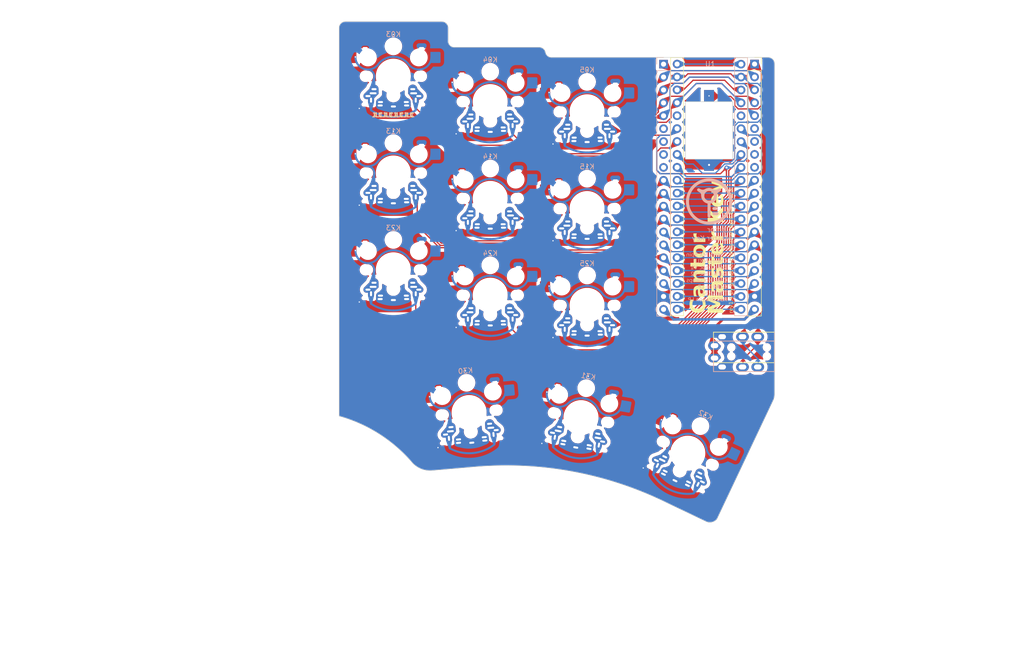
<source format=kicad_pcb>
(kicad_pcb (version 20221018) (generator pcbnew)
  (title_block (rev "rev1.0"))
  (layers (0 "F.Cu" signal) (31 "B.Cu" signal) (34 "B.Paste" user) (35 "F.Paste" user) (36 "B.SilkS" user "B.Silkscreen") (37 "F.SilkS" user "F.Silkscreen") (38 "B.Mask" user) (39 "F.Mask" user) (44 "Edge.Cuts" user))
  (net 0 "")
  (net 1 "+3V3")
  (net 2 "GND")
  (net 3 "/TX")
  (net 4 "/RX")
  (net 5 "/k00")
  (net 6 "/k01")
  (net 7 "/k02")
  (net 8 "/k03")
  (net 9 "/k04")
  (net 10 "/k05")
  (net 11 "/k10")
  (net 12 "/k11")
  (net 13 "/k12")
  (net 14 "/k13")
  (net 15 "/k14")
  (net 16 "/k15")
  (net 17 "/k20")
  (net 18 "/k21")
  (net 19 "/k22")
  (net 20 "/k23")
  (net 21 "/k24")
  (net 22 "/k25")
  (net 23 "/k30")
  (net 24 "/k31")
  (net 25 "/k32")
  (net 26 "AUDIO")
  (net 31 "unconnected-(U1-5V-Pad18)")
  (net 32 "unconnected-(U1-VBat-Pad21)")
  (net 33 "unconnected-(U1-PC13-Pad22)")
  (net 34 "unconnected-(U1-PC14-Pad23)")
  (net 35 "unconnected-(U1-PC15-Pad24)")
  (net 36 "unconnected-(U1-RES-Pad25)")
  (net 38 "unconnected-(U1-5V-Pad40)")
  (footprint "Cantor_MasterKey:ALL LOWs CANTOR v4.1" (layer "F.Cu") (at 164 98.1)
    (fp_text reference "K25" hide)
    (fp_text value "KEYSW" hide)
  )
  (footprint "Cantor_MasterKey:ALL LOWs CANTOR v4.1" (layer "F.Cu") (at 144.95 96.1)
    (fp_text reference "K24" hide)
    (fp_text value "KEYSW" hide)
  )
  (footprint "Cantor_MasterKey:ALL LOWs CANTOR v4.1" (layer "F.Cu") (at 144.95 58)
    (fp_text reference "K04" hide)
    (fp_text value "KEYSW" hide)
  )
  (footprint "Cantor_MasterKey:ALL LOWs CANTOR v4.1" (layer "F.Cu") (at 140.8 119.2 5)
    (fp_text reference "K30" hide)
    (fp_text value "KEYSW" hide)
  )
  (footprint "Cantor_MasterKey:ALL LOWs CANTOR v4.1" (layer "F.Cu") (at 144.95 77.05)
    (fp_text reference "K14" hide)
    (fp_text value "KEYSW" hide)
  )
  (footprint "Cantor_MasterKey:ALL LOWs CANTOR v4.1" (layer "F.Cu") (at 125.9 91.1)
    (fp_text reference "K23" hide)
    (fp_text value "KEYSW" hide)
  )
  (footprint "Cantor_MasterKey:ALL LOWs CANTOR v4.1" (layer "F.Cu") (at 125.9 53)
    (fp_text reference "K03" hide)
    (fp_text value "KEYSW" hide)
  )
  (footprint "Cantor_MasterKey:MJ-4PP-9_CANTOR_KITCHEN_SINK" (layer "F.Cu") (at 200.86 108.12 -90)
    (fp_text reference "J1")
    (fp_text value "TRRS" hide)
  )
  (footprint "Cantor_MasterKey:AST1109MLTRQ" (layer "F.Cu") (at 187.985 63.6555 -90)
    (fp_text reference "LS1" hide)
    (fp_text value "AST1109MLTRQ_MAL" hide)
    (fp_rect (start -5.65 -4.65) (end 5.65 4.65) (stroke (width 0.12)) (fill none) (layer "Edge.Cuts"))
  )
  (footprint "Cantor_MasterKey:ALL LOWs CANTOR v4.1" (layer "F.Cu") (at 164 79.05)
    (fp_text reference "K15" hide)
    (fp_text value "KEYSW" hide)
  )
  (footprint "Cantor_MasterKey:ALL LOWs CANTOR v4.1" (layer "F.Cu") (at 183.8 127.2 -25)
    (fp_text reference "K32" hide)
    (fp_text value "KEYSW" hide)
  )
  (footprint "Cantor_MasterKey:Cantor_DS_YAAJ_WeAct_BlackPill_2" (layer "F.Cu") (at 179.155 50.6)
    (fp_text reference "U1")
    (fp_text value "YAAJ_WeAct_BlackPill_Part_Like" hide)
  )
  (footprint "Cantor_MasterKey:ALL LOWs CANTOR v4.1" (layer "F.Cu") (at 164 60)
    (fp_text reference "K05" hide)
    (fp_text value "KEYSW" hide)
  )
  (footprint "Cantor_MasterKey:ALL LOWs CANTOR v4.1" (layer "F.Cu") (at 125.9 72.05)
    (fp_text reference "K13" hide)
    (fp_text value "KEYSW" hide)
  )
  (footprint "Cantor_MasterKey:CANTOR MASTER KEY LOGO_UNDERSKIN" (layer "F.Cu") (at 120.98 112.92)
    (fp_text reference "REF**" hide)
    (fp_text value "CANTOR MASTER KEY LOGO_UNDERSKIN" hide)
  )
  (footprint "Cantor_MasterKey:ALL LOWs CANTOR v4.1" (layer "F.Cu") (at 162.8 120.2 -10)
    (fp_text reference "K31" hide)
    (fp_text value "KEYSW" hide)
  )
  (footprint "Cantor_MasterKey:CANTOR MASTER KEY LOGO SILKS" (layer "B.Cu") (at 187.99 77.91 180)
    (fp_text reference "REF**" hide)
    (fp_text value "CANTOR MASTER KEY LOGO SILKS" hide)
  )
  (gr_line (start 189.53 140.16) (end 200.535831 116.91594) (stroke (width 0.1)) (layer "Edge.Cuts"))
  (gr_arc (start 133.51 130.59) (mid 131.436923 130.294624) (end 129.69 129.14) (stroke (width 0.1)) (layer "Edge.Cuts"))
  (gr_arc (start 157.01 49.290001) (mid 156.221933 49.004319) (end 155.800001 48.28) (stroke (width 0.1)) (layer "Edge.Cuts"))
  (gr_line (start 199.57 49.29) (end 157.01 49.29) (stroke (width 0.1)) (layer "Edge.Cuts"))
  (gr_line (start 115.226552 43.48) (end 115.226552 119.88) (stroke (width 0.1)) (layer "Edge.Cuts"))
  (gr_line (start 116.463104 42.243448) (end 135.43 42.243448) (stroke (width 0.1)) (layer "Edge.Cuts"))
  (gr_line (start 137.903104 47.3) (end 154.59 47.3) (stroke (width 0.1)) (layer "Edge.Cuts"))
  (gr_arc (start 199.57 49.29) (mid 200.482631 49.638814) (end 200.86 50.54) (stroke (width 0.1)) (layer "Edge.Cuts"))
  (gr_arc (start 200.86 115.62) (mid 200.771585 116.286416) (end 200.535831 116.91594) (stroke (width 0.1)) (layer "Edge.Cuts"))
  (gr_line (start 136.666552 43.48) (end 136.666552 46.07) (stroke (width 0.1)) (layer "Edge.Cuts"))
  (gr_line (start 141.84 129.87) (end 133.51 130.59) (stroke (width 0.1)) (layer "Edge.Cuts"))
  (gr_line (start 179.81 137.01) (end 187.513868 140.691488) (stroke (width 0.1)) (layer "Edge.Cuts"))
  (gr_arc (start 154.59 47.3) (mid 155.368546 47.575724) (end 155.8 48.28) (stroke (width 0.1)) (layer "Edge.Cuts"))
  (gr_arc (start 137.903104 47.3) (mid 137.029127 46.942063) (end 136.666552 46.07) (stroke (width 0.1)) (layer "Edge.Cuts"))
  (gr_arc (start 115.226552 43.48) (mid 115.58873 42.605626) (end 116.463104 42.243448) (stroke (width 0.1)) (layer "Edge.Cuts"))
  (gr_arc (start 115.226552 119.88) (mid 123.150761 123.428389) (end 129.69 129.14) (stroke (width 0.1)) (layer "Edge.Cuts"))
  (gr_arc (start 135.43 42.243448) (mid 136.304374 42.605626) (end 136.666552 43.48) (stroke (width 0.1)) (layer "Edge.Cuts"))
  (gr_line (start 200.86 115.62) (end 200.86 50.54) (stroke (width 0.1)) (layer "Edge.Cuts"))
  (gr_arc (start 189.53 140.16) (mid 188.605921 140.739577) (end 187.513868 140.691488) (stroke (width 0.1)) (layer "Edge.Cuts"))
  (gr_arc (start 141.84 129.87) (mid 161.316748 130.824921) (end 179.81 137.01) (stroke (width 0.1)) (layer "Edge.Cuts"))
  (gr_text "Cantor\nMaster Key" (at 192.35 82.69) (layer "B.SilkS") (effects (font (size 1 1) (thickness 0.1875)) (justify left top mirror)))
  (gr_text "Rev 1.3:\n* Cherry MX 5pin\n* Cherry MXLP\n* Kailh Choc V1\n* Kailh Choc V2\n* Choc Hotswops\n* Gateron LP\n* TTC KS32\n* Red Dragon LP" (at 192.43 86.46) (layer "B.SilkS") (effects (font (size 0.75 0.75) (thickness 0.1875)) (justify left top mirror)))
  (gr_text "JLCJLCJLCJLC" (at 130.184286 61.09) (layer "B.SilkS") (effects (font (size 0.8 0.8) (thickness 0.2) bold) (justify left bottom mirror)))
  (gr_text "rev1.4 by github.com/JellyTitan April 6th, 2023" (at 191.9 99.64 90) (layer "F.SilkS") (effects (font (size 0.75 0.75) (thickness 0.1875)) (justify left top)))
  (gr_text "Master Key" (at 189.52 99.93 90) (layer "F.SilkS") (effects (font (size 3 3) (thickness 0.6) bold) (justify left)))
  (gr_text "JLCJLCJLCJLC" (at 121.615714 61.1) (layer "F.SilkS") (effects (font (size 0.8 0.8) (thickness 0.2) bold) (justify left bottom)))
  (gr_text "Cantor \n" (at 186.01 99.77 90) (layer "F.SilkS") (effects (font (size 3 3) (thickness 0.6) bold) (justify left)))
  (segment (start 194.945 100.85) (end 190.68 100.85) (width 0.5) (layer "F.Cu") (net 1))
  (segment (start 184.84 53.79) (end 191.06 53.79) (width 0.25) (layer "F.Cu") (net 1))
  (segment (start 182.95 55.68) (end 184.84 53.79) (width 0.25) (layer "F.Cu") (net 1))
  (segment (start 188.549432 102.980568) (end 188.549432 104.809432) (width 0.5) (layer "F.Cu") (net 1))
  (segment (start 189.06 105.32) (end 189.06 108.47) (width 0.5) (layer "F.Cu") (net 1))
  (segment (start 190.68 100.85) (end 188.549432 102.980568) (width 0.5) (layer "F.Cu") (net 1))
  (segment (start 181.695 55.68) (end 182.95 55.68) (width 0.25) (layer "F.Cu") (net 1))
  (segment (start 191.06 53.79) (end 192.97 55.7) (width 0.25) (layer "F.Cu") (net 1))
  (segment (start 188.549432 104.809432) (end 189.06 105.32) (width 0.5) (layer "F.Cu") (net 1))
  (segment (start 192.97 55.7) (end 194.275 55.7) (width 0.25) (layer "F.Cu") (net 1))
  (segment (start 196.935 98.86) (end 194.945 100.85) (width 0.5) (layer "F.Cu") (net 1))
  (segment (start 179.035 98.88) (end 181.005 100.85) (width 0.5) (layer "B.Cu") (net 1))
  (segment (start 194.945 100.85) (end 196.935 98.86) (width 0.5) (layer "B.Cu") (net 1))
  (segment (start 181.005 100.85) (end 194.945 100.85) (width 0.5) (layer "B.Cu") (net 1))
  (segment (start 183.81 52.52) (end 192.26 52.52) (width 0.25) (layer "F.Cu") (net 2))
  (segment (start 192.9 53.16) (end 194.275 53.16) (width 0.25) (layer "F.Cu") (net 2))
  (segment (start 183.19 53.14) (end 183.81 52.52) (width 0.25) (layer "F.Cu") (net 2))
  (segment (start 192.26 52.52) (end 192.9 53.16) (width 0.25) (layer "F.Cu") (net 2))
  (segment (start 181.695 53.14) (end 183.19 53.14) (width 0.25) (layer "F.Cu") (net 2))
  (via (at 187.985 70.45) (size 0.8) (drill 0.4) (layers "F.Cu" "B.Cu") (net 2))
  (segment (start 192.664511 97.514511) (end 195.740489 97.514511) (width 0.25) (layer "B.Cu") (net 2))
  (segment (start 198.28 55.13) (end 198.28 61.32) (width 0.25) (layer "B.Cu") (net 2))
  (segment (start 195.740489 97.514511) (end 196.935 96.32) (width 0.25) (layer "B.Cu") (net 2))
  (segment (start 194.275 53.16) (end 194.72 53.16) (width 0.25) (layer "B.Cu") (net 2))
  (segment (start 180.209511 97.514511) (end 192.664511 97.514511) (width 0.25) (layer "B.Cu") (net 2))
  (segment (start 195.97 54.41) (end 197.56 54.41) (width 0.25) (layer "B.Cu") (net 2))
  (segment (start 193.01 69.18) (end 192.42 69.77) (width 0.25) (layer "B.Cu") (net 2))
  (segment (start 193.01 62.78) (end 193.01 69.18) (width 0.25) (layer "B.Cu") (net 2))
  (segment (start 198.28 61.32) (end 197.55 62.05) (width 0.25) (layer "B.Cu") (net 2))
  (segment (start 197.56 54.41) (end 198.28 55.13) (width 0.25) (layer "B.Cu") (net 2))
  (segment (start 197.55 62.05) (end 193.74 62.05) (width 0.25) (layer "B.Cu") (net 2))
  (segment (start 193.74 62.05) (end 193.01 62.78) (width 0.25) (layer "B.Cu") (net 2))
  (segment (start 179.035 96.34) (end 180.209511 97.514511) (width 0.25) (layer "B.Cu") (net 2))
  (segment (start 192.42 69.77) (end 188.665 69.77) (width 0.25) (layer "B.Cu") (net 2))
  (segment (start 192.65 97.529022) (end 192.664511 97.514511) (width 0.25) (layer "B.Cu") (net 2))
  (segment (start 181.715 53.16) (end 181.695 53.14) (width 0.25) (layer "B.Cu") (net 2))
  (segment (start 194.72 53.16) (end 195.97 54.41) (width 0.25) (layer "B.Cu") (net 2))
  (segment (start 188.665 69.77) (end 187.985 70.45) (width 0.25) (layer "B.Cu") (net 2))
  (segment (start 197.66 103.72) (end 197.66 105.7) (width 0.25) (layer "F.Cu") (net 3))
  (segment (start 194.66 108.7) (end 194.66 110.42) (width 0.25) (layer "F.Cu") (net 3))
  (segment (start 197.66 105.7) (end 194.66 108.7) (width 0.25) (layer "F.Cu") (net 3))
  (segment (start 198.98 85.665) (end 198.98 99.45) (width 0.25) (layer "F.Cu") (net 3))
  (segment (start 198.98 99.45) (end 197.66 100.77) (width 0.25) (layer "F.Cu") (net 3))
  (segment (start 197.66 100.77) (end 197.66 103.72) (width 0.25) (layer "F.Cu") (net 3))
  (segment (start 196.935 83.62) (end 198.98 85.665) (width 0.25) (layer "F.Cu") (net 3))
  (segment (start 193.786995 84.813005) (end 193.788501 84.814511) (width 0.25) (layer "B.Cu") (net 3))
  (segment (start 179.035 83.64) (end 180.208005 84.813005) (width 0.25) (layer "B.Cu") (net 3))
  (segment (start 195.740489 84.814511) (end 196.935 83.62) (width 0.25) (layer "B.Cu") (net 3))
  (segment (start 193.788501 84.814511) (end 195.740489 84.814511) (width 0.25) (layer "B.Cu") (net 3))
  (segment (start 180.208005 84.813005) (end 193.786995 84.813005) (width 0.25) (layer "B.Cu") (net 3))
  (segment (start 198.530489 99.249511) (end 194.66 103.12) (width 0.25) (layer "F.Cu") (net 4))
  (segment (start 194.66 103.12) (end 194.66 104.17) (width 0.25) (layer "F.Cu") (net 4))
  (segment (start 196.935 86.16) (end 198.530489 87.755489) (width 0.25) (layer "F.Cu") (net 4))
  (segment (start 198.530489 87.755489) (end 198.530489 99.249511) (width 0.25) (layer "F.Cu") (net 4))
  (segment (start 194.66 104.17) (end 194.56 104.27) (width 0.25) (layer "F.Cu") (net 4))
  (segment (start 180.380489 87.525489) (end 195.569511 87.525489) (width 0.25) (layer "B.Cu") (net 4))
  (segment (start 179.035 86.18) (end 180.380489 87.525489) (width 0.25) (layer "B.Cu") (net 4))
  (segment (start 197.66 108.7) (end 197.66 110.42) (width 0.25) (layer "B.Cu") (net 4))
  (segment (start 195.569511 87.525489) (end 196.935 86.16) (width 0.25) (layer "B.Cu") (net 4))
  (segment (start 194.66 103.72) (end 194.66 105.7) (width 0.25) (layer "B.Cu") (net 4))
  (segment (start 194.66 105.7) (end 197.66 108.7) (width 0.25) (layer "B.Cu") (net 4))
  (segment (start 137.08 67.93) (end 131.83 62.68) (width 0.25) (layer "F.Cu") (net 5))
  (segment (start 175.39 64.61) (end 169.951996 70.048004) (width 0.25) (layer "F.Cu") (net 5))
  (segment (start 131.83 62.68) (end 117.06569 62.68) (width 0.25) (layer "F.Cu") (net 5))
  (segment (start 153.6 67.93) (end 137.08 67.93) (width 0.25) (layer "F.Cu") (net 5))
  (segment (start 180.385 64.61) (end 175.39 64.61) (width 0.25) (layer "F.Cu") (net 5))
  (segment (start 169.951996 70.048004) (end 155.718004 70.048004) (width 0.25) (layer "F.Cu") (net 5))
  (segment (start 181.695 63.3) (end 180.385 64.61) (width 0.25) (layer "F.Cu") (net 5))
  (segment (start 155.718004 70.048004) (end 153.6 67.93) (width 0.25) (layer "F.Cu") (net 5))
  (segment (start 177.7 71.4567) (end 178.34165 72.09835) (width 0.25) (layer "B.Cu") (net 5))
  (segment (start 197.63 64.57) (end 198.3 65.24) (width 0.25) (layer "B.Cu") (net 5))
  (segment (start 194.275 63.32) (end 195.525 64.57) (width 0.25) (layer "B.Cu") (net 5))
  (segment (start 198.3 65.24) (end 198.3 71.52) (width 0.25) (layer "B.Cu") (net 5))
  (segment (start 180.375 64.62) (end 178.41 64.62) (width 0.25) (layer "B.Cu") (net 5))
  (segment (start 181.695 63.3) (end 180.375 64.62) (width 0.25) (layer "B.Cu") (net 5))
  (segment (start 192.56 73.42) (end 183.38 73.42) (width 0.25) (layer "B.Cu") (net 5))
  (segment (start 193.76 72.22) (end 192.56 73.42) (width 0.25) (layer "B.Cu") (net 5))
  (segment (start 197.6 72.22) (end 193.76 72.22) (width 0.25) (layer "B.Cu") (net 5))
  (segment (start 178.41 64.62) (end 177.7 65.33) (width 0.25) (layer "B.Cu") (net 5))
  (segment (start 178.4233 72.18) (end 178.34165 72.09835) (width 0.25) (layer "B.Cu") (net 5))
  (segment (start 177.7 65.33) (end 177.7 71.4567) (width 0.25) (layer "B.Cu") (net 5))
  (segment (start 183.38 73.42) (end 182.14 72.18) (width 0.25) (layer "B.Cu") (net 5))
  (segment (start 178.34165 72.09835) (end 178.443299 72.2) (width 0.25) (layer "B.Cu") (net 5))
  (segment (start 198.3 71.52) (end 197.6 72.22) (width 0.25) (layer "B.Cu") (net 5))
  (segment (start 195.525 64.57) (end 197.63 64.57) (width 0.25) (layer "B.Cu") (net 5))
  (segment (start 182.14 72.18) (end 178.4233 72.18) (width 0.25) (layer "B.Cu") (net 5))
  (segment (start 169.741497 69.598503) (end 177.28 62.06) (width 0.25) (layer "F.Cu") (net 6))
  (segment (start 180.5 61.166988) (end 180.5 59.415) (width 0.25) (layer "F.Cu") (net 6))
  (segment (start 153.786189 67.480499) (end 155.904193 69.598503) (width 0.25) (layer "F.Cu") (net 6))
  (segment (start 179.606988 62.06) (end 180.5 61.166988) (width 0.25) (layer "F.Cu") (net 6))
  (segment (start 116.879501 62.230499) (end 132.016189 62.230499) (width 0.25) (layer "F.Cu") (net 6))
  (segment (start 180.5 59.415) (end 181.695 58.22) (width 0.25) (layer "F.Cu") (net 6))
  (segment (start 177.28 62.06) (end 179.606988 62.06) (width 0.25) (layer "F.Cu") (net 6))
  (segment (start 132.016189 62.230499) (end 137.266189 67.480499) (width 0.25) (layer "F.Cu") (net 6))
  (segment (start 155.904193 69.598503) (end 169.741497 69.598503) (width 0.25) (layer "F.Cu") (net 6))
  (segment (start 137.266189 67.480499) (end 153.786189 67.480499) (width 0.25) (layer "F.Cu") (net 6))
  (segment (start 185.495 54.42) (end 190.455 54.42) (width 0.25) (layer "B.Cu") (net 6))
  (segment (start 190.455 54.42) (end 194.275 58.24) (width 0.25) (layer "B.Cu") (net 6))
  (segment (start 181.695 58.22) (end 185.495 54.42) (width 0.25) (layer "B.Cu") (net 6))
  (segment (start 137.452378 67.030998) (end 132.202378 61.780998) (width 0.25) (layer "F.Cu") (net 7))
  (segment (start 156.090382 69.149002) (end 153.972378 67.030998) (width 0.25) (layer "F.Cu") (net 7))
  (segment (start 153.972378 67.030998) (end 137.452378 67.030998) (width 0.25) (layer "F.Cu") (net 7))
  (segment (start 179.035 60.78) (end 177.9 60.78) (width 0.25) (layer "F.Cu") (net 7))
  (segment (start 177.9 60.78) (end 169.530998 69.149002) (width 0.25) (layer "F.Cu") (net 7))
  (segment (start 169.530998 69.149002) (end 156.090382 69.149002) (width 0.25) (layer "F.Cu") (net 7))
  (segment (start 191.78 53.16) (end 184.15 53.16) (width 0.25) (layer "B.Cu") (net 7))
  (segment (start 194.89 54.44) (end 193.06 54.44) (width 0.25) (layer "B.Cu") (net 7))
  (segment (start 182.91 54.4) (end 181.15 54.4) (width 0.25) (layer "B.Cu") (net 7))
  (segment (start 196.935 60.76) (end 195.59549 59.42049) (width 0.25) (layer "B.Cu") (net 7))
  (segment (start 184.15 53.16) (end 182.91 54.4) (width 0.25) (layer "B.Cu") (net 7))
  (segment (start 195.59549 59.42049) (end 195.59549 55.14549) (width 0.25) (layer "B.Cu") (net 7))
  (segment (start 193.06 54.44) (end 191.78 53.16) (width 0.25) (layer "B.Cu") (net 7))
  (segment (start 180.3025 55.2475) (end 180.3025 59.5125) (width 0.25) (layer "B.Cu") (net 7))
  (segment (start 195.59549 55.14549) (end 194.89 54.44) (width 0.25) (layer "B.Cu") (net 7))
  (segment (start 180.3025 59.5125) (end 179.035 60.78) (width 0.25) (layer "B.Cu") (net 7))
  (segment (start 181.15 54.4) (end 180.3025 55.2475) (width 0.25) (layer "B.Cu") (net 7))
  (segment (start 180.335 56.94) (end 182.95 56.94) (width 0.25) (layer "F.Cu") (net 8))
  (segment (start 179.035 58.24) (end 180.335 56.94) (width 0.25) (layer "F.Cu") (net 8))
  (segment (start 182.95 56.94) (end 185.47 54.42) (width 0.25) (layer "F.Cu") (net 8))
  (segment (start 130.3 59.24293) (end 137.638567 66.581497) (width 0.25) (layer "F.Cu") (net 8))
  (segment (start 137.638567 66.581497) (end 154.158567 66.581497) (width 0.25) (layer "F.Cu") (net 8))
  (segment (start 169.344809 68.699501) (end 178.019002 60.025308) (width 0.25) (layer "F.Cu") (net 8))
  (segment (start 178.019002 60.025308) (end 178.019002 59.255998) (width 0.25) (layer "F.Cu") (net 8))
  (segment (start 185.47 54.42) (end 190.48 54.42) (width 0.25) (layer "F.Cu") (net 8))
  (segment (start 130.3 57.4) (end 130.3 59.24293) (width 0.25) (layer "F.Cu") (net 8))
  (segment (start 193 56.94) (end 195.655 56.94) (width 0.25) (layer "F.Cu") (net 8))
  (segment (start 190.48 54.42) (end 193 56.94) (width 0.25) (layer "F.Cu") (net 8))
  (segment (start 195.655 56.94) (end 196.935 58.22) (width 0.25) (layer "F.Cu") (net 8))
  (segment (start 178.019002 59.255998) (end 179.035 58.24) (width 0.25) (layer "F.Cu") (net 8))
  (segment (start 156.276571 68.699501) (end 169.344809 68.699501) (width 0.25) (layer "F.Cu") (net 8))
  (segment (start 154.158567 66.581497) (end 156.276571 68.699501) (width 0.25) (layer "F.Cu") (net 8))
  (segment (start 193.06 54.43) (end 195.685 54.43) (width 0.25) (layer "F.Cu") (net 9))
  (segment (start 154.344756 66.131996) (end 156.46276 68.25) (width 0.25) (layer "F.Cu") (net 9))
  (segment (start 179.035 55.7) (end 180.345 54.39) (width 0.25) (layer "F.Cu") (net 9))
  (segment (start 184.16 53.16) (end 191.79 53.16) (width 0.25) (layer "F.Cu") (net 9))
  (segment (start 195.685 54.43) (end 196.935 55.68) (width 0.25) (layer "F.Cu") (net 9))
  (segment (start 156.46276 68.25) (end 169.15569 68.25) (width 0.25) (layer "F.Cu") (net 9))
  (segment (start 177.569501 57.165499) (end 179.035 55.7) (width 0.25) (layer "F.Cu") (net 9))
  (segment (start 180.345 54.39) (end 182.93 54.39) (width 0.25) (layer "F.Cu") (net 9))
  (segment (start 169.15569 68.25) (end 177.569501 59.836189) (width 0.25) (layer "F.Cu") (net 9))
  (segment (start 191.79 53.16) (end 193.06 54.43) (width 0.25) (layer "F.Cu") (net 9))
  (segment (start 182.93 54.39) (end 184.16 53.16) (width 0.25) (layer "F.Cu") (net 9))
  (segment (start 149.35 62.7) (end 149.35 64.33) (width 0.25) (layer "F.Cu") (net 9))
  (segment (start 151.151996 66.131996) (end 154.344756 66.131996) (width 0.25) (layer "F.Cu") (net 9))
  (segment (start 149.35 64.33) (end 151.151996 66.131996) (width 0.25) (layer "F.Cu") (net 9))
  (segment (start 177.569501 59.836189) (end 177.569501 57.165499) (width 0.25) (layer "F.Cu") (net 9))
  (segment (start 172.97 63.8) (end 177.12 59.65) (width 0.25) (layer "F.Cu") (net 10))
  (segment (start 169 63.8) (end 172.97 63.8) (width 0.25) (layer "F.Cu") (net 10))
  (segment (start 177.12 55.075) (end 179.035 53.16) (width 0.25) (layer "F.Cu") (net 10))
  (segment (start 177.12 59.65) (end 177.12 55.075) (width 0.25) (layer "F.Cu") (net 10))
  (segment (start 180.305 51.89) (end 195.685 51.89) (width 0.25) (layer "B.Cu") (net 10))
  (segment (start 179.035 53.16) (end 180.305 51.89) (width 0.25) (layer "B.Cu") (net 10))
  (segment (start 195.685 51.89) (end 196.935 53.14) (width 0.25) (layer "B.Cu") (net 10))
  (segment (start 176.773004 88.998004) (end 155.775244 88.998004) (width 0.25) (layer "F.Cu") (net 11))
  (segment (start 179.035 91.26) (end 176.773004 88.998004) (width 0.25) (layer "F.Cu") (net 11))
  (segment (start 155.775244 88.998004) (end 153.515743 86.738503) (width 0.25) (layer "F.Cu") (net 11))
  (segment (start 129.961932 81.749002) (end 116.060998 81.749002) (width 0.25) (layer "F.Cu") (net 11))
  (segment (start 134.951433 86.738503) (end 129.961932 81.749002) (width 0.25) (layer "F.Cu") (net 11))
  (segment (start 153.515743 86.738503) (end 134.951433 86.738503) (width 0.25) (layer "F.Cu") (net 11))
  (segment (start 179.035 91.26) (end 180.209511 92.434511) (width 0.25) (layer "B.Cu") (net 11))
  (segment (start 180.209511 92.434511) (end 195.740489 92.434511) (width 0.25) (layer "B.Cu") (net 11))
  (segment (start 195.740489 92.434511) (end 196.935 91.24) (width 0.25) (layer "B.Cu") (net 11))
  (segment (start 153.701932 86.289002) (end 155.961433 88.548503) (width 0.25) (layer "F.Cu") (net 12))
  (segment (start 155.961433 88.548503) (end 178.863503 88.548503) (width 0.25) (layer "F.Cu") (net 12))
  (segment (start 130.148121 81.299501) (end 135.137622 86.289002) (width 0.25) (layer "F.Cu") (net 12))
  (segment (start 178.863503 88.548503) (end 179.035 88.72) (width 0.25) (layer "F.Cu") (net 12))
  (segment (start 135.137622 86.289002) (end 153.701932 86.289002) (width 0.25) (layer "F.Cu") (net 12))
  (segment (start 115.874809 81.299501) (end 130.148121 81.299501) (width 0.25) (layer "F.Cu") (net 12))
  (segment (start 178.915998 88.839002) (end 179.035 88.72) (width 0.25) (layer "F.Cu") (net 12))
  (segment (start 195.740489 89.894511) (end 196.935 88.7) (width 0.25) (layer "B.Cu") (net 12))
  (segment (start 180.209511 89.894511) (end 195.740489 89.894511) (width 0.25) (layer "B.Cu") (net 12))
  (segment (start 179.035 88.72) (end 180.209511 89.894511) (width 0.25) (layer "B.Cu") (net 12))
  (segment (start 153.888121 85.839501) (end 156.147622 88.099002) (width 0.25) (layer "F.Cu") (net 13))
  (segment (start 172.035998 88.099002) (end 179.035 81.1) (width 0.25) (layer "F.Cu") (net 13))
  (segment (start 130.33431 80.85) (end 135.323811 85.839501) (width 0.25) (layer "F.Cu") (net 13))
  (segment (start 156.147622 88.099002) (end 172.035998 88.099002) (width 0.25) (layer "F.Cu") (net 13))
  (segment (start 135.323811 85.839501) (end 153.888121 85.839501) (width 0.25) (layer "F.Cu") (net 13))
  (segment (start 195.740489 82.274511) (end 196.935 81.08) (width 0.25) (layer "B.Cu") (net 13))
  (segment (start 179.035 81.1) (end 180.209511 82.274511) (width 0.25) (layer "B.Cu") (net 13))
  (segment (start 180.209511 82.274511) (end 195.740489 82.274511) (width 0.25) (layer "B.Cu") (net 13))
  (segment (start 154.07431 85.39) (end 135.51 85.39) (width 0.25) (layer "F.Cu") (net 14))
  (segment (start 135.51 85.39) (end 130.59 80.47) (width 0.25) (layer "F.Cu") (net 14))
  (segment (start 131 75.95) (end 131.56138 75.95) (width 0.25) (layer "F.Cu") (net 14))
  (segment (start 179.035 78.56) (end 177.3 80.295) (width 0.25) (layer "F.Cu") (net 14))
  (segment (start 156.333811 87.649501) (end 154.07431 85.39) (width 0.25) (layer "F.Cu") (net 14))
  (segment (start 130.59 77.04) (end 130.3 76.75) (width 0.25) (layer "F.Cu") (net 14))
  (segment (start 130.9 75.85) (end 131.2 75.85) (width 0.25) (layer "F.Cu") (net 14))
  (segment (start 130.59 80.47) (end 130.59 77.04) (width 0.25) (layer "F.Cu") (net 14))
  (segment (start 177.3 82.198604) (end 171.849103 87.649501) (width 0.25) (layer "F.Cu") (net 14))
  (segment (start 177.3 80.295) (end 177.3 82.198604) (width 0.25) (layer "F.Cu") (net 14))
  (segment (start 171.849103 87.649501) (end 156.333811 87.649501) (width 0.25) (layer "F.Cu") (net 14))
  (segment (start 179.035 78.56) (end 180.209511 79.734511) (width 0.25) (layer "B.Cu") (net 14))
  (segment (start 180.209511 79.734511) (end 195.740489 79.734511) (width 0.25) (layer "B.Cu") (net 14))
  (segment (start 195.740489 79.734511) (end 196.935 78.54) (width 0.25) (layer "B.Cu") (net 14))
  (segment (start 154.315 84.995) (end 154.315 83.965) (width 0.25) (layer "F.Cu") (net 15))
  (segment (start 178.88 76.02) (end 176.85 78.05) (width 0.25) (layer "F.Cu") (net 15))
  (segment (start 171.64 87.2) (end 156.52 87.2) (width 0.25) (layer "F.Cu") (net 15))
  (segment (start 151.2 80.85) (end 149.95 80.85) (width 0.25) (layer "F.Cu") (net 15))
  (segment (start 176.85 81.99) (end 171.64 87.2) (width 0.25) (layer "F.Cu") (net 15))
  (segment (start 179.035 76.02) (end 178.88 76.02) (width 0.25) (layer "F.Cu") (net 15))
  (segment (start 154.315 83.965) (end 151.2 80.85) (width 0.25) (layer "F.Cu") (net 15))
  (segment (start 156.52 87.2) (end 154.315 84.995) (width 0.25) (layer "F.Cu") (net 15))
  (segment (start 176.85 78.05) (end 176.85 81.99) (width 0.25) (layer "F.Cu") (net 15))
  (segment (start 195.740489 77.194511) (end 196.935 76) (width 0.25) (layer "B.Cu") (net 15))
  (segment (start 180.209511 77.194511) (end 195.740489 77.194511) (width 0.25) (layer "B.Cu") (net 15))
  (segment (start 179.035 76.02) (end 180.209511 77.194511) (width 0.25) (layer "B.Cu") (net 15))
  (segment (start 169 82.85) (end 169.665 82.85) (width 0.25) (layer "F.Cu") (net 16))
  (segment (start 169.665 82.85) (end 179.035 73.48) (width 0.25) (layer "F.Cu") (net 16))
  (segment (start 179.035 73.48) (end 180.305 74.75) (width 0.25) (layer "B.Cu") (net 16))
  (segment (start 180.305 74.75) (end 195.645 74.75) (width 0.25) (layer "B.Cu") (net 16))
  (segment (start 195.645 74.75) (end 196.935 73.46) (width 0.25) (layer "B.Cu") (net 16))
  (segment (start 137.773429 108.650499) (end 129.85293 100.73) (width 0.25) (layer "F.Cu") (net 17))
  (segment (start 129.85293 100.73) (end 116.92569 100.73) (width 0.25) (layer "F.Cu") (net 17))
  (segment (start 192.7 80.135) (end 192.7 82) (width 0.25) (layer "F.Cu") (net 17))
  (segment (start 190.15144 88.222963) (end 190.15144 97.02287) (width 0.25) (layer "F.Cu") (net 17))
  (segment (start 194.275 78.56) (end 192.7 80.135) (width 0.25) (layer "F.Cu") (net 17))
  (segment (start 192.7 82) (end 191.810601 82.889399) (width 0.25) (layer "F.Cu") (net 17))
  (segment (start 191.810601 82.889399) (end 191.810601 86.563802) (width 0.25) (layer "F.Cu") (net 17))
  (segment (start 190.15144 97.02287) (end 178.523811 108.650499) (width 0.25) (layer "F.Cu") (net 17))
  (segment (start 178.523811 108.650499) (end 137.773429 108.650499) (width 0.25) (layer "F.Cu") (net 17))
  (segment (start 191.810601 86.563802) (end 190.15144 88.222963) (width 0.25) (layer "F.Cu") (net 17))
  (segment (start 181.695 78.54) (end 194.255 78.54) (width 0.25) (layer "B.Cu") (net 17))
  (segment (start 178.284664 108.200998) (end 178.736161 107.749501) (width 0.25) (layer "F.Cu") (net 18))
  (segment (start 137.959618 108.200998) (end 178.284664 108.200998) (width 0.25) (layer "F.Cu") (net 18))
  (segment (start 178.736189 107.749501) (end 189.70192 96.78377) (width 0.25) (layer "F.Cu") (net 18))
  (segment (start 130.039119 100.280499) (end 137.959618 108.200998) (width 0.25) (layer "F.Cu") (net 18))
  (segment (start 191.361081 82.703202) (end 192.25048 81.813802) (width 0.25) (layer "F.Cu") (net 18))
  (segment (start 116.739501 100.280499) (end 130.039119 100.280499) (width 0.25) (layer "F.Cu") (net 18))
  (segment (start 192.25048 81.813802) (end 192.25048 78.04452) (width 0.25) (layer "F.Cu") (net 18))
  (segment (start 192.25048 78.04452) (end 194.275 76.02) (width 0.25) (layer "F.Cu") (net 18))
  (segment (start 191.361081 86.377604) (end 191.361081 82.703202) (width 0.25) (layer "F.Cu") (net 18))
  (segment (start 189.70192 88.036765) (end 191.361081 86.377604) (width 0.25) (layer "F.Cu") (net 18))
  (segment (start 189.70192 96.78377) (end 189.70192 88.036765) (width 0.25) (layer "F.Cu") (net 18))
  (segment (start 178.736161 107.749501) (end 178.736189 107.749501) (width 0.25) (layer "F.Cu") (net 18))
  (segment (start 181.695 76) (end 194.255 76) (width 0.25) (layer "B.Cu") (net 18))
  (segment (start 178.55 107.3) (end 178.549972 107.3) (width 0.25) (layer "F.Cu") (net 19))
  (segment (start 191.80096 81.627605) (end 190.911562 82.517003) (width 0.25) (layer "F.Cu") (net 19))
  (segment (start 191.80096 77.858323) (end 191.80096 81.627605) (width 0.25) (layer "F.Cu") (net 19))
  (segment (start 192.754641 75.000359) (end 192.754641 76.904641) (width 0.25) (layer "F.Cu") (net 19))
  (segment (start 178.098475 107.751497) (end 138.145807 107.751497) (width 0.25) (layer "F.Cu") (net 19))
  (segment (start 194.275 73.48) (end 192.754641 75.000359) (width 0.25) (layer "F.Cu") (net 19))
  (segment (start 192.754641 76.904641) (end 191.80096 77.858323) (width 0.25) (layer "F.Cu") (net 19))
  (segment (start 189.25 96.6) (end 178.55 107.3) (width 0.25) (layer "F.Cu") (net 19))
  (segment (start 190.911562 82.517003) (end 190.911561 86.191406) (width 0.25) (layer "F.Cu") (net 19))
  (segment (start 190.911561 86.191406) (end 189.25 87.852967) (width 0.25) (layer "F.Cu") (net 19))
  (segment (start 189.25 87.852967) (end 189.25 96.6) (width 0.25) (layer "F.Cu") (net 19))
  (segment (start 178.549972 107.3) (end 178.098475 107.751497) (width 0.25) (layer "F.Cu") (net 19))
  (segment (start 138.145807 107.751497) (end 130.225308 99.830998) (width 0.25) (layer "F.Cu") (net 19))
  (segment (start 193.795 73.92) (end 194.255 73.46) (width 0.25) (layer "B.Cu") (net 19))
  (segment (start 193.795 73.96) (end 193.795 74.085) (width 0.25) (layer "B.Cu") (net 19))
  (segment (start 194.275 73.48) (end 193.795 73.96) (width 0.25) (layer "B.Cu") (net 19))
  (segment (start 182.56 74.085) (end 193.795 74.085) (width 0.25) (layer "B.Cu") (net 19))
  (segment (start 182.32 74.085) (end 182.56 74.085) (width 0.25) (layer "B.Cu") (net 19))
  (segment (start 181.695 73.46) (end 182.32 74.085) (width 0.25) (layer "B.Cu") (net 19))
  (segment (start 190.462042 82.330806) (end 190.462042 86.005207) (width 0.25) (layer "F.Cu") (net 20))
  (segment (start 194.275 70.94) (end 192.305121 72.909879) (width 0.25) (layer "F.Cu") (net 20))
  (segment (start 138.331996 107.301996) (end 130.3 99.27) (width 0.25) (layer "F.Cu") (net 20))
  (segment (start 188.75 87.717249) (end 188.75 96.464282) (width 0.25) (layer "F.Cu") (net 20))
  (segment (start 130.3 99.27) (end 130.3 95.8) (width 0.25) (layer "F.Cu") (net 20))
  (segment (start 191.35144 77.672126) (end 191.35144 81.441407) (width 0.25) (layer "F.Cu") (net 20))
  (segment (start 190.462042 86.005207) (end 188.75 87.717249) (width 0.25) (layer "F.Cu") (net 20))
  (segment (start 188.75 96.464282) (end 177.912286 107.301996) (width 0.25) (layer "F.Cu") (net 20))
  (segment (start 192.305121 76.718444) (end 191.35144 77.672126) (width 0.25) (layer "F.Cu") (net 20))
  (segment (start 192.305121 72.909879) (end 192.305121 76.718444) (width 0.25) (layer "F.Cu") (net 20))
  (segment (start 191.35144 81.441407) (end 190.462042 82.330806) (width 0.25) (layer "F.Cu") (net 20))
  (segment (start 177.912286 107.301996) (end 138.331996 107.301996) (width 0.25) (layer "F.Cu") (net 20))
  (segment (start 194.275 70.94) (end 192.46 72.755) (width 0.25) (layer "B.Cu") (net 20))
  (segment (start 181.695 70.92) (end 183.53 72.755) (width 0.25) (layer "B.Cu") (net 20))
  (segment (start 183.53 72.755) (end 183.6 72.755) (width 0.25) (layer "B.Cu") (net 20))
  (segment (start 193.675499 71.539501) (end 193.855 71.36) (width 0.25) (layer "B.Cu") (net 20))
  (segment (start 192.11 72.755) (end 183.6 72.755) (width 0.25) (layer "B.Cu") (net 20))
  (segment (start 192.46 72.755) (end 192.11 72.755) (width 0.25) (layer "B.Cu") (net 20))
  (segment (start 190.012523 82.144607) (end 190.012522 85.819009) (width 0.25) (layer "F.Cu") (net 21))
  (segment (start 194.275 69.159098) (end 191.855601 71.578497) (width 0.25) (layer "F.Cu") (net 21))
  (segment (start 191.855601 76.532247) (end 190.901921 77.485927) (width 0.25) (layer "F.Cu") (net 21))
  (segment (start 194.275 68.4) (end 194.275 69.159098) (width 0.25) (layer "F.Cu") (net 21))
  (segment (start 191.855601 71.578497) (end 191.855601 76.532247) (width 0.25) (layer "F.Cu") (net 21))
  (segment (start 190.901921 77.485927) (end 190.90192 81.25521) (width 0.25) (layer "F.Cu") (net 21))
  (segment (start 177.726069 106.852495) (end 153.272495 106.852495) (width 0.25) (layer "F.Cu") (net 21))
  (segment (start 149.35 102.93) (end 149.35 100.5) (width 0.25) (layer "F.Cu") (net 21))
  (segment (start 188.30048 87.531052) (end 188.30048 96.278084) (width 0.25) (layer "F.Cu") (net 21))
  (segment (start 153.272495 106.852495) (end 149.35 102.93) (width 0.25) (layer "F.Cu") (net 21))
  (segment (start 190.90192 81.25521) (end 190.012523 82.144607) (width 0.25) (layer "F.Cu") (net 21))
  (segment (start 190.012522 85.819009) (end 188.30048 87.531052) (width 0.25) (layer "F.Cu") (net 21))
  (segment (start 188.30048 96.278084) (end 177.726069 106.852495) (width 0.25) (layer "F.Cu") (net 21))
  (segment (start 184.88 70.28) (end 183.595 70.28) (width 0.25) (layer "B.Cu") (net 21))
  (segment (start 186.69 72.09) (end 184.88 70.28) (width 0.25) (layer "B.Cu") (net 21))
  (segment (start 183.595 70.28) (end 181.695 68.38) (width 0.25) (layer "B.Cu") (net 21))
  (segment (start 194.275 68.55069) (end 192.606189 70.219501) (width 0.25) (layer "B.Cu") (net 21))
  (segment (start 192.56569 70.25) (end 191.07 70.25) (width 0.25) (layer "B.Cu") (net 21))
  (segment (start 194.275 68.4) (end 194.275 68.55069) (width 0.25) (layer "B.Cu") (net 21))
  (segment (start 192.596189 70.219501) (end 192.56569 70.25) (width 0.25) (layer "B.Cu") (net 21))
  (segment (start 191.07 70.25) (end 189.23 72.09) (width 0.25) (layer "B.Cu") (net 21))
  (segment (start 189.23 72.09) (end 186.69 72.09) (width 0.25) (layer "B.Cu") (net 21))
  (segment (start 192.606189 70.219501) (end 192.596189 70.219501) (width 0.25) (layer "B.Cu") (net 21))
  (segment (start 189.563002 85.632811) (end 189.563003 81.95841) (width 0.25) (layer "F.Cu") (net 22))
  (segment (start 190.2195 72.19) (end 191.435 70.9745) (width 0.25) (layer "F.Cu") (net 22))
  (segment (start 178.473012 67.11) (end 177.72 67.863012) (width 0.25) (layer "F.Cu") (net 22))
  (segment (start 181.95 101.9) (end 187.85096 95.99904) (width 0.25) (layer "F.Cu") (net 22))
  (segment (start 177.72 71.55) (end 178.36 72.19) (width 0.25) (layer "F.Cu") (net 22))
  (segment locked (start 191.406081 76.346049) (end 191.406081 71.003419) (width 0.25) (layer "F.Cu") (net 22))
  (segment (start 187.85096 95.99904) (end 187.85096 87.344855) (width 0.25) (layer "F.Cu") (net 22))
  (segment (start 178.36 72.19) (end 190.2195 72.19) (width 0.25) (layer "F.Cu") (net 22))
  (segment (start 169 101.9) (end 181.95 101.9) (width 0.25) (layer "F.Cu") (net 22))
  (segment (start 190.452401 81.069011) (end 190.452401 77.29973) (width 0.25) (layer "F.Cu") (net 22))
  (segment (start 180.425 67.11) (end 178.473012 67.11) (width 0.25) (layer "F.Cu") (net 22))
  (segment (start 181.695 65.84) (end 180.425 67.11) (width 0.25) (layer "F.Cu") (net 22))
  (segment (start 191.406081 71.003419) (end 191.435 70.9745) (width 0.25) (layer "F.Cu") (net 22))
  (segment (start 190.452401 77.29973) (end 191.406081 76.346049) (width 0.25) (layer "F.Cu") (net 22))
  (segment (start 189.563003 81.95841) (end 190.452401 81.069011) (width 0.25) (layer "F.Cu") (net 22))
  (segment (start 177.72 67.863012) (end 177.72 71.55) (width 0.25) (layer "F.Cu") (net 22))
  (segment (start 187.85096 87.344855) (end 189.563002 85.632811) (width 0.25) (layer "F.Cu") (net 22))
  (via (at 191.435 70.9745) (size 0.8) (drill 0.4) (layers "F.Cu" "B.Cu") (net 22))
  (segment (start 195.5275 69.0625) (end 194.860345 69.729655) (width 0.25) (layer "B.Cu") (net 22))
  (segment (start 195.5275 67.1125) (end 194.275 65.86) (width 0.25) (layer "B.Cu") (net 22))
  (segment (start 192.48688 70.9745) (end 191.435 70.9745) (width 0.25) (layer "B.Cu") (net 22))
  (segment (start 195.535 67.12) (end 195.5275 67.1125) (width 0.25) (layer "B.Cu") (net 22))
  (segment (start 193.731725 69.729655) (end 192.48688 70.9745) (width 0.25) (layer "B.Cu") (net 22))
  (segment (start 195.5275 67.1125) (end 195.5275 69.0625) (width 0.25) (layer "B.Cu") (net 22))
  (segment (start 194.860345 69.729655) (end 193.731725 69.729655) (width 0.25) (layer "B.Cu") (net 22))
  (segment (start 132.433252 116.217862) (end 132.433252 114.286748) (width 0.25) (layer "F.Cu") (net 23))
  (segment (start 137.61 109.11) (end 178.71862 109.11) (width 0.25) (layer "F.Cu") (net 23))
  (segment (start 190.60096 97.22766) (end 190.60096 88.409161) (width 0.25) (layer "F.Cu") (net 23))
  (segment (start 132.433252 114.286748) (end 137.61 109.11) (width 0.25) (layer "F.Cu") (net 23))
  (segment (start 192.260121 86.75) (end 192.260121 83.114879) (width 0.25) (layer "F.Cu") (net 23))
  (segment (start 192.260121 83.114879) (end 194.275 81.1) (width 0.25) (layer "F.Cu") (net 23))
  (segment (start 145.22618 122.175556) (end 146.48637 122.175556) (width 0.25) (layer "F.Cu") (net 23))
  (segment (start 178.71862 109.11) (end 179.02931 108.79931) (width 0.25) (layer "F.Cu") (net 23))
  (segment (start 178.85 108.97862) (end 179.02931 108.79931) (width 0.25) (layer "F.Cu") (net 23))
  (segment (start 190.60096 88.409161) (end 192.260121 86.75) (width 0.25) (layer "F.Cu") (net 23))
  (segment (start 190.600979 97.227613) (end 190.60098 88.582614) (width 0.25) (layer "F.Cu") (net 23))
  (segment (start 179.02931 108.79931) (end 190.60096 97.22766) (width 0.25) (layer "F.Cu") (net 23))
  (segment (start 146.2205 122.640665) (end 145.901165 122.96) (width 0.25) (layer "F.Cu") (net 23))
  (segment (start 145.404565 121.398271) (end 144.816877 121.398271) (width 0.25) (layer "F.Cu") (net 23))
  (segment (start 181.695 81.08) (end 194.255 81.08) (width 0.25) (layer "B.Cu") (net 23))
  (segment (start 191.069501 88.749781) (end 192.709641 87.109641) (width 0.25) (layer "F.Cu") (net 24))
  (segment (start 155.490176 115.154002) (end 155.490176 113.499824) (width 0.25) (layer "F.Cu") (net 24))
  (segment (start 159.43 109.56) (end 178.90431 109.56) (width 0.25) (layer "F.Cu") (net 24))
  (segment (start 192.709641 87.109641) (end 192.709641 85.205359) (width 0.25) (layer "F.Cu") (net 24))
  (segment (start 192.709641 85.205359) (end 194.275 83.64) (width 0.25) (layer "F.Cu") (net 24))
  (segment (start 191.069501 97.394809) (end 191.069501 88.749781) (width 0.25) (layer "F.Cu") (net 24))
  (segment (start 178.90431 109.56) (end 191.069501 97.394809) (width 0.25) (layer "F.Cu") (net 24))
  (segment (start 155.490176 113.499824) (end 159.43 109.56) (width 0.25) (layer "F.Cu") (net 24))
  (segment (start 181.695 83.62) (end 194.255 83.62) (width 0.25) (layer "B.Cu") (net 24))
  (segment (start 178.045252 120.434019) (end 178.045252 119.524748) (width 0.25) (layer "F.Cu") (net 25))
  (segment (start 191.519002 88.935998) (end 194.275 86.18) (width 0.25) (layer "F.Cu") (net 25))
  (segment (start 178.045252 128.148138) (end 177.662512 128.530878) (width 0.25) (layer "F.Cu") (net 25))
  (segment (start 179.18 118.39) (end 179.18 109.92) (width 0.25) (layer "F.Cu") (net 25))
  (segment (start 191.519002 97.580998) (end 191.519002 88.935998) (width 0.25) (layer "F.Cu") (net 25))
  (segment (start 179.18 109.92) (end 191.519002 97.580998) (width 0.25) (layer "F.Cu") (net 25))
  (segment (start 178.045252 119.524748) (end 179.18 118.39) (width 0.25) (layer "F.Cu") (net 25))
  (segment (start 181.695 86.16) (end 194.255 86.16) (width 0.25) (layer "B.Cu") (net 25))
  (segment (start 197.576701 59.43) (end 193.72 59.43) (width 0.25) (layer "F.Cu") (net 26))
  (segment (start 192.25 56.97) (end 188.094 56.97) (width 0.25) (layer "F.Cu") (net 26))
  (segment (start 198.27 58.736701) (end 197.576701 59.43) (width 0.25) (layer "F.Cu") (net 26))
  (segment (start 196.935 50.6) (end 198.27 51.935) (width 0.25) (layer "F.Cu") (net 26))
  (segment (start 198.27 51.935) (end 198.27 58.736701) (width 0.25) (layer "F.Cu") (net 26))
  (segment (start 179.035 50.62) (end 180.305 51.89) (width 0.25) (layer "F.Cu") (net 26))
  (segment (start 188.094 56.97) (end 187.985 56.861) (width 0.25) (layer "F.Cu") (net 26))
  (segment (start 193.05 58.76) (end 193.05 57.77) (width 0.25) (layer "F.Cu") (net 26))
  (segment (start 193.05 57.77) (end 192.25 56.97) (width 0.25) (layer "F.Cu") (net 26))
  (segment (start 195.645 51.89) (end 196.935 50.6) (width 0.25) (layer "F.Cu") (net 26))
  (segment (start 193.72 59.43) (end 193.05 58.76) (width 0.25) (layer "F.Cu") (net 26))
  (segment (start 180.305 51.89) (end 195.645 51.89) (width 0.25) (layer "F.Cu") (net 26))
  (segment (start 195.740489 94.974511) (end 196.935 93.78) (width 0.25) (layer "B.Cu") (net 31))
  (segment (start 179.035 93.8) (end 180.209511 94.974511) (width 0.25) (layer "B.Cu") (net 31))
  (segment (start 180.209511 94.974511) (end 195.740489 94.974511) (width 0.25) (layer "B.Cu") (net 31))
  (segment (start 181.695 98.86) (end 194.255 98.86) (width 0.25) (layer "B.Cu") (net 32))
  (segment (start 181.695 96.32) (end 194.255 96.32) (width 0.25) (layer "B.Cu") (net 33))
  (segment (start 181.695 93.78) (end 194.255 93.78) (width 0.25) (layer "B.Cu") (net 34))
  (segment (start 181.695 91.24) (end 194.255 91.24) (width 0.25) (layer "B.Cu") (net 35))
  (segment (start 181.695 88.7) (end 194.255 88.7) (width 0.25) (layer "B.Cu") (net 36))
  (segment (start 194.255 50.6) (end 194.275 50.62) (width 0.25) (layer "B.Cu") (net 38))
  (segment (start 181.695 50.6) (end 194.255 50.6) (width 0.25) (layer "B.Cu") (net 38))
  (zone (net 2) (net_name "GND") (layers "F&B.Cu") (connect_pads yes (clearance 0.7)) (min_thickness 0.25) (fill yes (thermal_gap 0.508) (thermal_bridge_width 0.508) (island_removal_mode 1) (island_area_min 10))
    (polygon (pts (xy 195.71 142.98) (xy 48.53 124.12) (xy 52.77 37.99) (xy 224.27 44.75)))
  )
)
</source>
